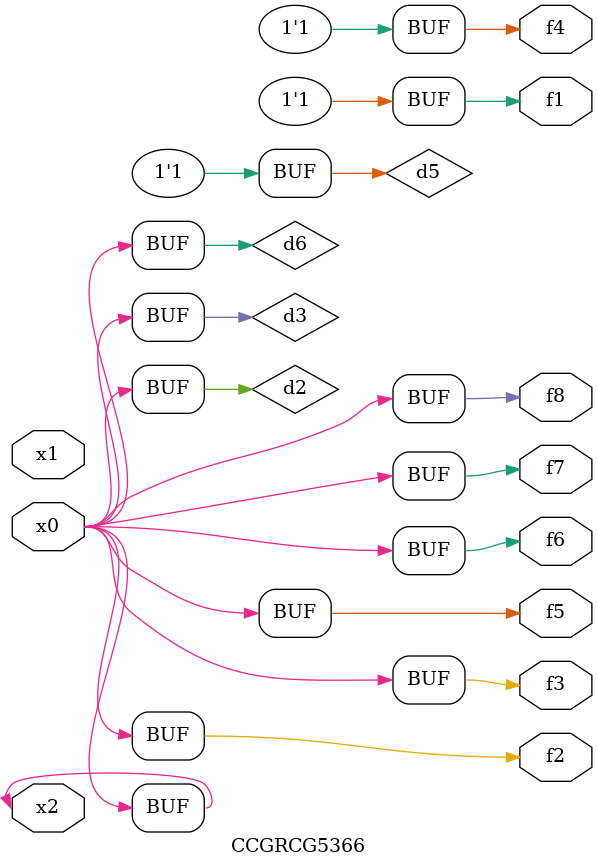
<source format=v>
module CCGRCG5366(
	input x0, x1, x2,
	output f1, f2, f3, f4, f5, f6, f7, f8
);

	wire d1, d2, d3, d4, d5, d6;

	xnor (d1, x2);
	buf (d2, x0, x2);
	and (d3, x0);
	xnor (d4, x1, x2);
	nand (d5, d1, d3);
	buf (d6, d2, d3);
	assign f1 = d5;
	assign f2 = d6;
	assign f3 = d6;
	assign f4 = d5;
	assign f5 = d6;
	assign f6 = d6;
	assign f7 = d6;
	assign f8 = d6;
endmodule

</source>
